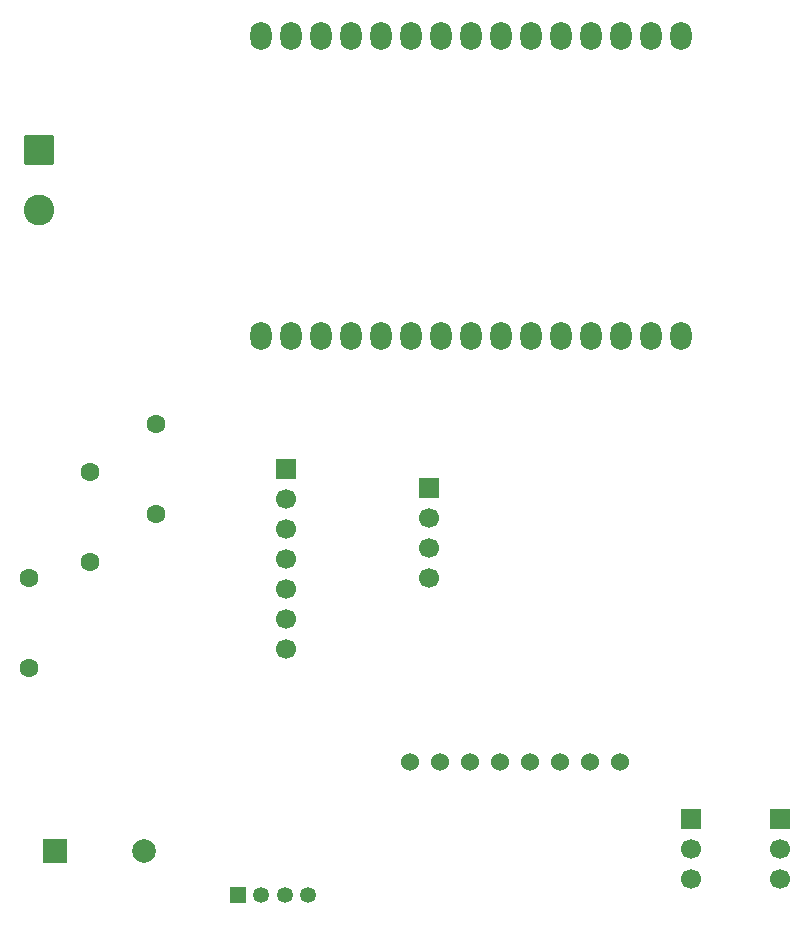
<source format=gbr>
%TF.GenerationSoftware,KiCad,Pcbnew,9.0.2*%
%TF.CreationDate,2025-12-05T19:38:36-05:00*%
%TF.ProjectId,PCB,5043422e-6b69-4636-9164-5f7063625858,rev?*%
%TF.SameCoordinates,Original*%
%TF.FileFunction,Soldermask,Bot*%
%TF.FilePolarity,Negative*%
%FSLAX46Y46*%
G04 Gerber Fmt 4.6, Leading zero omitted, Abs format (unit mm)*
G04 Created by KiCad (PCBNEW 9.0.2) date 2025-12-05 19:38:36*
%MOMM*%
%LPD*%
G01*
G04 APERTURE LIST*
G04 Aperture macros list*
%AMRoundRect*
0 Rectangle with rounded corners*
0 $1 Rounding radius*
0 $2 $3 $4 $5 $6 $7 $8 $9 X,Y pos of 4 corners*
0 Add a 4 corners polygon primitive as box body*
4,1,4,$2,$3,$4,$5,$6,$7,$8,$9,$2,$3,0*
0 Add four circle primitives for the rounded corners*
1,1,$1+$1,$2,$3*
1,1,$1+$1,$4,$5*
1,1,$1+$1,$6,$7*
1,1,$1+$1,$8,$9*
0 Add four rect primitives between the rounded corners*
20,1,$1+$1,$2,$3,$4,$5,0*
20,1,$1+$1,$4,$5,$6,$7,0*
20,1,$1+$1,$6,$7,$8,$9,0*
20,1,$1+$1,$8,$9,$2,$3,0*%
G04 Aperture macros list end*
%ADD10C,1.600000*%
%ADD11C,1.700000*%
%ADD12R,1.700000X1.700000*%
%ADD13C,1.524000*%
%ADD14O,1.800000X2.400000*%
%ADD15C,2.000000*%
%ADD16R,2.000000X2.000000*%
%ADD17C,1.350000*%
%ADD18R,1.350000X1.350000*%
%ADD19C,2.600000*%
%ADD20RoundRect,0.250000X-1.050000X1.050000X-1.050000X-1.050000X1.050000X-1.050000X1.050000X1.050000X0*%
G04 APERTURE END LIST*
D10*
%TO.C,REF\u002A\u002A*%
X68260000Y-79400000D03*
X68260000Y-87020000D03*
%TD*%
%TO.C,REF\u002A\u002A*%
X62710000Y-83510000D03*
X62710000Y-91130000D03*
%TD*%
%TO.C,REF\u002A\u002A*%
X57500000Y-92450000D03*
X57500000Y-100070000D03*
%TD*%
D11*
%TO.C,REF\u002A\u002A*%
X121070000Y-117920000D03*
X121070000Y-115380000D03*
D12*
X121070000Y-112840000D03*
%TD*%
D11*
%TO.C,REF\u002A\u002A*%
X113570000Y-117920000D03*
X113570000Y-115380000D03*
D12*
X113570000Y-112840000D03*
%TD*%
D13*
%TO.C,REF\u002A\u002A*%
X107530000Y-108010000D03*
X104990000Y-108010000D03*
X102450000Y-108010000D03*
X99910000Y-108010000D03*
X97370000Y-108010000D03*
X94830000Y-108010000D03*
X92290000Y-108010000D03*
X89750000Y-108010000D03*
%TD*%
D14*
%TO.C,REF\u002A\u002A*%
X77170000Y-46560000D03*
X79710000Y-46560000D03*
X82250000Y-46560000D03*
X84790000Y-46560000D03*
X87330000Y-46560000D03*
X89870000Y-46560000D03*
X92410000Y-46560000D03*
X94950000Y-46560000D03*
X97490000Y-46560000D03*
X100030000Y-46560000D03*
X102570000Y-46560000D03*
X105110000Y-46560000D03*
X107650000Y-46560000D03*
X110190000Y-46560000D03*
X112730000Y-46560000D03*
X112730000Y-71960000D03*
X110190000Y-71960000D03*
X107650000Y-71960000D03*
X105110000Y-71960000D03*
X102570000Y-71960000D03*
X100030000Y-71960000D03*
X97490000Y-71960000D03*
X94950000Y-71960000D03*
X92410000Y-71960000D03*
X89870000Y-71960000D03*
X87330000Y-71960000D03*
X84790000Y-71960000D03*
X82250000Y-71960000D03*
X79710000Y-71960000D03*
X77170000Y-71960000D03*
%TD*%
D15*
%TO.C,REF\u002A\u002A*%
X67290000Y-115540000D03*
D16*
X59690000Y-115540000D03*
%TD*%
D17*
%TO.C,REF\u002A\u002A*%
X81180000Y-119300000D03*
X79180000Y-119300000D03*
X77180000Y-119300000D03*
D18*
X75180000Y-119300000D03*
%TD*%
D19*
%TO.C,REF\u002A\u002A*%
X58390000Y-61340000D03*
D20*
X58390000Y-56260000D03*
%TD*%
D12*
%TO.C,REF\u002A\u002A*%
X79300000Y-83220000D03*
D11*
X79300000Y-85760000D03*
X79300000Y-88300000D03*
X79300000Y-90840000D03*
X79300000Y-93380000D03*
X79300000Y-95920000D03*
X79300000Y-98460000D03*
%TD*%
D12*
%TO.C,REF\u002A\u002A*%
X91420000Y-84870000D03*
D11*
X91420000Y-87410000D03*
X91420000Y-89950000D03*
X91420000Y-92490000D03*
%TD*%
M02*

</source>
